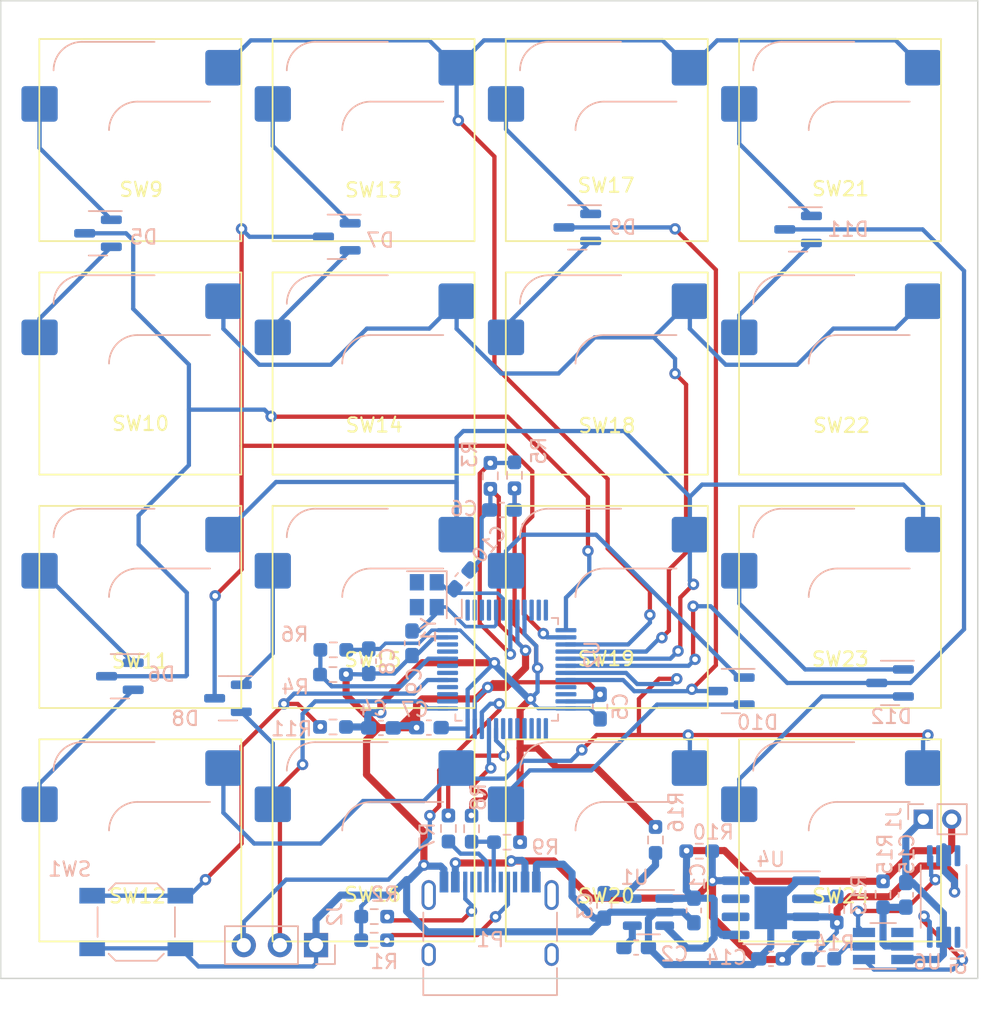
<source format=kicad_pcb>
(kicad_pcb (version 20221018) (generator pcbnew)
  (layers (0 "F.Cu" signal) (31 "B.Cu" signal) (34 "B.Paste" user) (35 "F.Paste" user) (36 "B.SilkS" user "B.Silkscreen") (37 "F.SilkS" user "F.Silkscreen") (38 "B.Mask" user) (39 "F.Mask" user) (44 "Edge.Cuts" user))
  (net 0 "")
  (net 1 "+5V")
  (net 2 "GND")
  (net 3 "Net-(U1-BYP)")
  (net 4 "+3.3V")
  (net 5 "col_1")
  (net 6 "col_2")
  (net 7 "RESET")
  (net 8 "BOOT0")
  (net 9 "row_1")
  (net 10 "row_2")
  (net 11 "row_3")
  (net 12 "row_4")
  (net 17 "osc1")
  (net 18 "osc2")
  (net 19 "Net-(D5-Pad1)")
  (net 25 "Net-(D5-Pad2)")
  (net 26 "Net-(D6-Pad1)")
  (net 33 "Net-(D6-Pad2)")
  (net 39 "Net-(D7-Pad1)")
  (net 42 "Net-(D7-Pad2)")
  (net 43 "Net-(D8-Pad1)")
  (net 44 "Net-(D8-Pad2)")
  (net 45 "Net-(D9-Pad1)")
  (net 46 "Net-(D9-Pad2)")
  (net 47 "col_3")
  (net 48 "Net-(D10-Pad1)")
  (net 49 "Net-(D10-Pad2)")
  (net 50 "Net-(D11-Pad1)")
  (net 51 "Net-(D11-Pad2)")
  (net 52 "col_4")
  (net 53 "Net-(D12-Pad1)")
  (net 54 "Net-(D12-Pad2)")
  (net 55 "Net-(P1-CC)")
  (net 56 "Net-(P1-D+)")
  (net 57 "Net-(P1-D-)")
  (net 59 "USB_D-")
  (net 60 "USB_D+")
  (net 61 "Net-(P1-VCONN)")
  (net 62 "SWCLK")
  (net 63 "SWDIO")
  (net 64 "+BATT")
  (net 65 "Net-(U1-VOUT)")
  (net 66 "Net-(U6-VCC)")
  (net 67 "-BATT")
  (net 68 "Net-(U4-PROG)")
  (net 69 "Net-(U6-CS)")
  (net 71 "Net-(U5-Gate_1)")
  (net 72 "Net-(U5-Gate_2)")
  (net 77 "Net-(U2-PB5)")
  (footprint "libs:SW_Hotswap_Kailh_MX_1.00u" (layer "F.Cu") (at 164.8 66.4)
    (fp_text reference "SW11")
    (fp_text value "SW_DIP_x01")
  )
  (footprint "libs:SW_Hotswap_Kailh_MX_1.00u" (layer "F.Cu") (at 214 66.4)
    (fp_text reference "SW23")
    (fp_text value "SW_DIP_x01")
  )
  (footprint "libs:SW_Hotswap_Kailh_MX_1.00u" (layer "F.Cu") (at 197.6 66.4)
    (fp_text reference "SW19")
    (fp_text value "SW_DIP_x01")
  )
  (footprint "libs:SW_Hotswap_Kailh_MX_1.00u" (layer "F.Cu") (at 214 82.8)
    (fp_text reference "SW24")
    (fp_text value "SW_DIP_x01")
  )
  (footprint "libs:SW_Hotswap_Kailh_MX_1.00u" (layer "F.Cu") (at 164.8 82.8)
    (fp_text reference "SW12")
    (fp_text value "SW_DIP_x01")
  )
  (footprint "libs:SW_Hotswap_Kailh_MX_1.00u" (layer "F.Cu") (at 181.2 82.8)
    (fp_text reference "SW16")
    (fp_text value "SW_DIP_x01")
  )
  (footprint "libs:SW_Hotswap_Kailh_MX_1.00u" (layer "F.Cu") (at 181.2 50)
    (fp_text reference "SW14")
    (fp_text value "SW_DIP_x01")
  )
  (footprint "libs:SW_Hotswap_Kailh_MX_1.00u" (layer "F.Cu") (at 181.2 33.6)
    (fp_text reference "SW13")
    (fp_text value "SW_DIP_x01")
  )
  (footprint "libs:SW_Hotswap_Kailh_MX_1.00u" (layer "F.Cu") (at 197.6 50)
    (fp_text reference "SW18")
    (fp_text value "SW_DIP_x01")
  )
  (footprint "libs:SW_Hotswap_Kailh_MX_1.00u" (layer "F.Cu") (at 181.2 66.4)
    (fp_text reference "SW15")
    (fp_text value "SW_DIP_x01")
  )
  (footprint "libs:SW_Hotswap_Kailh_MX_1.00u" (layer "F.Cu") (at 164.8 33.6)
    (fp_text reference "SW9")
    (fp_text value "SW_DIP_x01")
  )
  (footprint "libs:SW_Hotswap_Kailh_MX_1.00u" (layer "F.Cu") (at 164.8 50)
    (fp_text reference "SW10")
    (fp_text value "SW_DIP_x01")
  )
  (footprint "libs:SW_Hotswap_Kailh_MX_1.00u" (layer "F.Cu") (at 214 33.6)
    (fp_text reference "SW21")
    (fp_text value "SW_DIP_x01")
  )
  (footprint "libs:SW_Hotswap_Kailh_MX_1.00u" (layer "F.Cu") (at 197.6 33.6)
    (fp_text reference "SW17")
    (fp_text value "SW_DIP_x01")
  )
  (footprint "libs:SW_Hotswap_Kailh_MX_1.00u" (layer "F.Cu") (at 214 50)
    (fp_text reference "SW22")
    (fp_text value "SW_DIP_x01")
  )
  (footprint "libs:SW_Hotswap_Kailh_MX_1.00u" (layer "F.Cu") (at 197.6 82.8)
    (fp_text reference "SW20")
    (fp_text value "SW_DIP_x01")
  )
  (footprint "Package_TO_SOT_SMD:SOT-23" (layer "B.Cu") (at 206.324563 72.309309 180)
    (fp_text reference "D10")
    (fp_text value "BAT54C")
  )
  (footprint "Capacitor_SMD:C_0603_1608Metric_Pad1.08x0.95mm_HandSolder" (layer "B.Cu") (at 190.226267 59.586857 180)
    (fp_text reference "C6")
    (fp_text value "100nF")
  )
  (footprint "Package_TO_SOT_SMD:SOT-23" (layer "B.Cu") (at 195.52823 39.736628 180)
    (fp_text reference "D9")
    (fp_text value "BAT54C")
  )
  (footprint "Capacitor_SMD:C_0603_1608Metric_Pad1.08x0.95mm_HandSolder" (layer "B.Cu") (at 180.863174 70.214189 -90)
    (fp_text reference "C8")
    (fp_text value "100nF")
  )
  (footprint "Capacitor_SMD:C_0603_1608Metric_Pad1.08x0.95mm_HandSolder" (layer "B.Cu") (at 197.129029 73.402811 90)
    (fp_text reference "C5")
    (fp_text value "100nF")
  )
  (footprint "Capacitor_SMD:C_0603_1608Metric_Pad1.08x0.95mm_HandSolder" (layer "B.Cu") (at 181.717192 74.896511)
    (fp_text reference "C4")
    (fp_text value "10mkF")
  )
  (footprint "Package_TO_SOT_SMD:SOT-23" (layer "B.Cu") (at 163.3625 71.27 180)
    (fp_text reference "D6")
    (fp_text value "BAT54C")
  )
  (footprint "Capacitor_SMD:C_0603_1608Metric_Pad1.08x0.95mm_HandSolder" (layer "B.Cu") (at 183.902587 68.95069 -90)
    (fp_text reference "C9")
    (fp_text value "20pF")
  )
  (footprint "Resistor_SMD:R_0603_1608Metric_Pad0.98x0.95mm_HandSolder" (layer "B.Cu") (at 213.773559 87.655028 90)
    (fp_text reference "R13")
    (fp_text value "1.2k")
  )
  (footprint "Resistor_SMD:R_0603_1608Metric_Pad0.98x0.95mm_HandSolder" (layer "B.Cu") (at 186.464342 81.965206 -90)
    (fp_text reference "R7")
    (fp_text value "20R")
  )
  (footprint "Connector_USB:USB_C_Receptacle_HRO_TYPE-C-31-M-12" (layer "B.Cu") (at 189.399042 89.769719 180)
    (fp_text reference "P1")
    (fp_text value "USB_C_Plug_USB2.0")
  )
  (footprint "Resistor_SMD:R_0603_1608Metric_Pad0.98x0.95mm_HandSolder" (layer "B.Cu") (at 191.110811 57.153326 90)
    (fp_text reference "R5")
    (fp_text value "10k")
  )
  (footprint "Package_SO:SOIC-8-1EP_3.9x4.9mm_P1.27mm_EP2.29x3mm" (layer "B.Cu") (at 209.132217 87.535769 180)
    (fp_text reference "U4")
    (fp_text value "TP4056")
  )
  (footprint "Connector_PinHeader_2.00mm:PinHeader_1x02_P2.00mm_Vertical" (layer "B.Cu") (at 219.853622 81.312027 -90)
    (fp_text reference "J1")
    (fp_text value "Conn_01x02")
  )
  (footprint "Resistor_SMD:R_0603_1608Metric_Pad0.98x0.95mm_HandSolder" (layer "B.Cu") (at 188.092813 81.981016 -90)
    (fp_text reference "R8")
    (fp_text value "20R")
  )
  (footprint "Package_TO_SOT_SMD:SOT-23-5" (layer "B.Cu") (at 200.532371 87.842103 180)
    (fp_text reference "U1")
    (fp_text value "LD3985M33R_SOT23")
  )
  (footprint "Capacitor_SMD:C_0603_1608Metric_Pad1.08x0.95mm_HandSolder" (layer "B.Cu") (at 199.665246 90.324763)
    (fp_text reference "C2")
    (fp_text value "byp10nF")
  )
  (footprint "Crystal:Crystal_SMD_2520-4Pin_2.5x2.0mm" (layer "B.Cu") (at 184.947378 65.540096 -90)
    (fp_text reference "Y1")
    (fp_text value "Crystal")
  )
  (footprint "Package_TO_SOT_SMD:SOT-23" (layer "B.Cu") (at 211.052252 39.87855 180)
    (fp_text reference "D11")
    (fp_text value "BAT54C")
  )
  (footprint "Package_TO_SOT_SMD:SOT-23-6_Handsoldering" (layer "B.Cu") (at 217.03322 90.216987)
    (fp_text reference "U6")
    (fp_text value "DW01")
  )
  (footprint "Capacitor_SMD:C_0603_1608Metric_Pad1.08x0.95mm_HandSolder" (layer "B.Cu") (at 185.089106 74.878054 180)
    (fp_text reference "C7")
    (fp_text value "100nF")
  )
  (footprint "Capacitor_SMD:C_0603_1608Metric_Pad1.08x0.95mm_HandSolder" (layer "B.Cu") (at 209.148136 91.119945 180)
    (fp_text reference "C14")
    (fp_text value "100nF")
  )
  (footprint "Capacitor_SMD:C_0603_1608Metric_Pad1.08x0.95mm_HandSolder" (layer "B.Cu") (at 197.422612 87.397057 -90)
    (fp_text reference "C3")
    (fp_text value "1mkF")
  )
  (footprint "Package_SO:TSSOP-8_4.4x3mm_P0.65mm" (layer "B.Cu") (at 221.285687 86.738116 90)
    (fp_text reference "U5")
    (fp_text value "FS8205A")
  )
  (footprint "Resistor_SMD:R_0603_1608Metric_Pad0.98x0.95mm_HandSolder" (layer "B.Cu") (at 201.025786 82.770912 90)
    (fp_text reference "R16")
    (fp_text value "0")
  )
  (footprint "Package_TO_SOT_SMD:SOT-23" (layer "B.Cu") (at 217.519527 71.738448 180)
    (fp_text reference "D12")
    (fp_text value "BAT54C")
  )
  (footprint "Package_TO_SOT_SMD:SOT-23" (layer "B.Cu") (at 170.962721 72.816727 180)
    (fp_text reference "D8")
    (fp_text value "BAT54C")
  )
  (footprint "Package_TO_SOT_SMD:SOT-23" (layer "B.Cu") (at 161.823152 40.149511 180)
    (fp_text reference "D5")
    (fp_text value "BAT54C")
  )
  (footprint "Resistor_SMD:R_0603_1608Metric_Pad0.98x0.95mm_HandSolder" (layer "B.Cu") (at 204.102411 83.556128)
    (fp_text reference "R10")
    (fp_text value "0")
  )
  (footprint "Resistor_SMD:R_0603_1608Metric_Pad0.98x0.95mm_HandSolder" (layer "B.Cu") (at 212.683603 91.111939)
    (fp_text reference "R14")
    (fp_text value "1k")
  )
  (footprint "Capacitor_SMD:C_0603_1608Metric_Pad1.08x0.95mm_HandSolder" (layer "B.Cu") (at 203.724053 87.723772 -90)
    (fp_text reference "C1")
    (fp_text value "1mkF")
  )
  (footprint "Connector_PinHeader_2.54mm:PinHeader_1x03_P2.54mm_Vertical" (layer "B.Cu") (at 177.155948 90.157813 90)
    (fp_text reference "J2")
    (fp_text value "Conn_01x03")
  )
  (footprint "Resistor_SMD:R_0603_1608Metric_Pad0.98x0.95mm_HandSolder" (layer "B.Cu") (at 178.372361 69.414259 180)
    (fp_text reference "R6")
    (fp_text value "10k")
  )
  (footprint "Resistor_SMD:R_0603_1608Metric_Pad0.98x0.95mm_HandSolder" (layer "B.Cu") (at 189.413428 57.192767 90)
    (fp_text reference "R3")
    (fp_text value "100k")
  )
  (footprint "Resistor_SMD:R_0603_1608Metric_Pad0.98x0.95mm_HandSolder" (layer "B.Cu") (at 190.587573 82.925137)
    (fp_text reference "R9")
    (fp_text value "1k")
  )
  (footprint "Resistor_SMD:R_0603_1608Metric_Pad0.98x0.95mm_HandSolder" (layer "B.Cu") (at 181.247077 88.153051)
    (fp_text reference "R2")
    (fp_text value "5.1k")
  )
  (footprint "Capacitor_SMD:C_0603_1608Metric_Pad1.08x0.95mm_HandSolder" (layer "B.Cu") (at 218.626643 86.624311 90)
    (fp_text reference "C15")
    (fp_text value "100nF")
  )
  (footprint "Package_QFP:LQFP-48_7x7mm_P0.5mm" (layer "B.Cu") (at 190.565428 70.78381 -90)
    (fp_text reference "U2")
    (fp_text value "STM32F103C8Tx")
  )
  (footprint "Resistor_SMD:R_0603_1608Metric_Pad0.98x0.95mm_HandSolder" (layer "B.Cu") (at 217.024745 86.589195 -90)
    (fp_text reference "R15")
    (fp_text value "100")
  )
  (footprint "Capacitor_SMD:C_0603_1608Metric_Pad1.08x0.95mm_HandSolder" (layer "B.Cu") (at 187.430221 64.460521 50)
    (fp_text reference "C10")
    (fp_text value "20pF")
  )
  (footprint "Resistor_SMD:R_0603_1608Metric_Pad0.98x0.95mm_HandSolder" (layer "B.Cu") (at 181.241612 89.810463)
    (fp_text reference "R1")
    (fp_text value "5.1k")
  )
  (footprint "Package_TO_SOT_SMD:SOT-23" (layer "B.Cu") (at 178.617883 40.396908 180)
    (fp_text reference "D7")
    (fp_text value "BAT54C")
  )
  (footprint "Resistor_SMD:R_0603_1608Metric_Pad0.98x0.95mm_HandSolder" (layer "B.Cu") (at 178.349352 74.83161 180)
    (fp_text reference "R11")
    (fp_text value "10k")
  )
  (footprint "Button_Switch_SMD:SW_SPST_SKQG_WithoutStem" (layer "B.Cu") (at 164.513812 88.533871)
    (fp_text reference "SW1")
    (fp_text value "SW_DIP_x01")
  )
  (footprint "Resistor_SMD:R_0603_1608Metric_Pad0.98x0.95mm_HandSolder" (layer "B.Cu") (at 178.346848 71.149198 180)
    (fp_text reference "R4")
    (fp_text value "100k")
  )
  (gr_rect (start 154.982888 23.810197) (end 223.685984 92.495645) (stroke (width 0.1)) (fill none) (layer "Edge.Cuts"))
  (segment (start 196.485692 86.856452) (end 203.806412 86.856452) (width 0.5) (layer "F.Cu") (net 1))
  (segment (start 208.008123 91.168123) (end 205.032095 88.192095) (width 0.5) (layer "F.Cu") (net 1))
  (segment (start 193.871706 84.242466) (end 196.485692 86.856452) (width 0.5) (layer "F.Cu") (net 1))
  (segment (start 190.88294 84.242466) (end 193.871706 84.242466) (width 0.5) (layer "F.Cu") (net 1))
  (segment (start 190.737998 84.387408) (end 190.88294 84.242466) (width 0.5) (layer "F.Cu") (net 1))
  (segment (start 205.032095 88.192095) (end 205.032095 85.630769) (width 0.5) (layer "F.Cu") (net 1))
  (segment (start 186.955851 84.387408) (end 190.737998 84.387408) (width 0.5) (layer "F.Cu") (net 1))
  (segment (start 209.940792 91.168123) (end 208.008123 91.168123) (width 0.5) (layer "F.Cu") (net 1))
  (segment (start 203.806412 86.856452) (end 205.032095 85.630769) (width 0.5) (layer "F.Cu") (net 1))
  (via (at 209.940792 91.168123) (size 0.8) (drill 0.4) (layers "F.Cu" "B.Cu") (net 1))
  (via (at 190.88294 84.242466) (size 0.8) (drill 0.4) (layers "F.Cu" "B.Cu") (net 1))
  (via (at 186.955851 84.387408) (size 0.8) (drill 0.4) (layers "F.Cu" "B.Cu") (net 1))
  (via (at 205.032095 85.630769) (size 0.8) (drill 0.4) (layers "F.Cu" "B.Cu") (net 1))
  (segment (start 190.919866 84.20554) (end 191.647424 84.20554) (width 0.5) (layer "B.Cu") (net 1))
  (segment (start 190.88294 84.242466) (end 190.919866 84.20554) (width 0.5) (layer "B.Cu") (net 1))
  (segment (start 191.647424 84.20554) (end 191.849042 84.407158) (width 0.5) (layer "B.Cu") (net 1))
  (segment (start 211.607217 89.440769) (end 211.607217 89.501698) (width 0.5) (layer "B.Cu") (net 1))
  (segment (start 205.014911 83.556128) (end 205.014911 85.613585) (width 0.5) (layer "B.Cu") (net 1))
  (segment (start 186.949042 84.650615) (end 186.949042 85.724719) (width 0.5) (layer "B.Cu") (net 1))
  (segment (start 186.955851 84.387408) (end 186.955851 84.643806) (width 0.5) (layer "B.Cu") (net 1))
  (segment (start 205.032095 85.630769) (end 206.657217 85.630769) (width 0.5) (layer "B.Cu") (net 1))
  (segment (start 186.955851 84.643806) (end 186.949042 84.650615) (width 0.5) (layer "B.Cu") (net 1))
  (segment (start 191.849042 84.407158) (end 191.849042 85.724719) (width 0.5) (layer "B.Cu") (net 1))
  (segment (start 205.014911 85.613585) (end 205.032095 85.630769) (width 0.5) (layer "B.Cu") (net 1))
  (segment (start 211.607217 89.501698) (end 209.940792 91.168123) (width 0.5) (layer "B.Cu") (net 1))
  (segment (start 196.280389 71.691671) (end 197.129029 72.540311) (width 0.3) (layer "F.Cu") (net 2))
  (segment (start 189.227273 72.05179) (end 189.587392 71.691671) (width 0.3) (layer "F.Cu") (net 2))
  (segment (start 179.268272 72.581931) (end 179.268272 71.118529) (width 0.5) (layer "F.Cu") (net 2))
  (segment (start 219.667608 84.602636) (end 217.511667 86.758577) (width 0.5) (layer "F.Cu") (net 2))
  (segment (start 191.887247 69.452806) (end 190.006165 67.571724) (width 0.3) (layer "F.Cu") (net 2))
  (segment (start 181.564395 74.878054) (end 184.226606 74.878054) (width 0.5) (layer "F.Cu") (net 2))
  (segment (start 189.587392 71.691671) (end 196.280389 71.691671) (width 0.3) (layer "F.Cu") (net 2))
  (segment (start 184.226606 74.878054) (end 183.027797 74.878054) (width 0.5) (layer "F.Cu") (net 2))
  (segment (start 190.006165 67.571724) (end 190.006165 58.694372) (width 0.3) (layer "F.Cu") (net 2))
  (segment (start 183.027797 74.878054) (end 184.226606 73.679245) (width 0.5) (layer "F.Cu") (net 2))
  (segment (start 180.707065 78.177623) (end 180.707065 75.735384) (width 0.5) (layer "F.Cu") (net 2))
  (segment (start 184.226606 73.679245) (end 184.226606 73.253394) (width 0.5) (layer "F.Cu") (net 2))
  (segment (start 180.707065 75.735384) (end 181.564395 74.878054) (width 0.5) (layer "F.Cu") (net 2))
  (segment (start 183.475181 74.43067) (end 184.226606 74.43067) (width 0.5) (layer "F.Cu") (net 2))
  (segment (start 189.227273 72.05179) (end 190.50821 72.05179) (width 0.5) (layer "F.Cu") (net 2))
  (segment (start 221.420527 84.602636) (end 219.667608 84.602636) (width 0.5) (layer "F.Cu") (net 2))
  (segment (start 213.792052 87.663877) (end 213.792052 88.593898) (width 0.5) (layer "F.Cu") (net 2))
  (segment (start 181.564395 74.878054) (end 179.268272 72.581931) (width 0.5) (layer "F.Cu") (net 2))
  (segment (start 184.740951 82.211509) (end 180.707065 78.177623) (width 0.5) (layer "F.Cu") (net 2))
  (segment (start 222.054275 85.236384) (end 221.420527 84.602636) (width 0.5) (layer "F.Cu") (net 2))
  (segment (start 188.419063 72.86) (end 184.62 72.86) (width 0.5) (layer "F.Cu") (net 2))
  (segment (start 214.697352 86.758577) (end 213.792052 87.663877) (width 0.5) (layer "F.Cu") (net 2))
  (segment (start 190.50821 72.05179) (end 191.887247 70.672753) (width 0.5) (layer "F.Cu") (net 2))
  (segment (start 184.740951 84.538823) (end 184.740951 82.211509) (width 0.5) (layer "F.Cu") (net 2))
  (segment (start 190.006165 58.694372) (end 189.416513 58.10472) (width 0.3) (layer "F.Cu") (net 2))
  (segment (start 217.511667 86.758577) (end 214.697352 86.758577) (width 0.5) (layer "F.Cu") (net 2))
  (segment (start 183.027797 74.878054) (end 183.475181 74.43067) (width 0.5) (layer "F.Cu") (net 2))
  (segment (start 191.887247 70.672753) (end 191.887247 69.452806) (width 0.5) (layer "F.Cu") (net 2))
  (segment (start 184.226606 74.878054) (end 184.226606 73.253394) (width 0.5) (layer "F.Cu") (net 2))
  (segment (start 184.62 72.86) (end 184.226606 73.253394) (width 0.5) (layer "F.Cu") (net 2))
  (segment (start 222.054275 86.417966) (end 222.054275 85.236384) (width 0.5) (layer "F.Cu") (net 2))
  (segment (start 189.227273 72.05179) (end 188.419063 72.86) (width 0.5) (layer "F.Cu") (net 2))
  (via (at 197.129029 72.540311) (size 0.8) (drill 0.4) (layers "F.Cu" "B.Cu") (net 2))
  (via (at 184.226606 74.878054) (size 0.8) (drill 0.4) (layers "F.Cu" "B.Cu") (net 2))
  (via (at 222.054275 86.417966) (size 0.8) (drill 0.4) (layers "F.Cu" "B.Cu") (net 2))
  (via (at 189.416513 58.10472) (size 0.8) (drill 0.4) (layers "F.Cu" "B.Cu") (net 2))
  (via (at 213.792052 88.593898) (size 0.8) (drill 0.4) (layers "F.Cu" "B.Cu") (net 2))
  (via (at 189.227273 72.05179) (size 0.8) (drill 0.4) (layers "F.Cu" "B.Cu") (net 2))
  (via (at 179.268272 71.118529) (size 0.8) (drill 0.4) (layers "F.Cu" "B.Cu") (net 2))
  (via (at 191.887247 69.452806) (size 0.8) (drill 0.4) (layers "F.Cu" "B.Cu") (net 2))
  (via (at 184.740951 84.538823) (size 0.8) (drill 0.4) (layers "F.Cu" "B.Cu") (net 2))
  (segment (start 184.09821 74.749658) (end 184.226606 74.878054) (width 0.5) (layer "B.Cu") (net 2))
  (segment (start 184.969442 89.219903) (end 183.527007 87.777468) (width 0.5) (layer "B.Cu") (net 2))
  (segment (start 182.522793 74.749658) (end 184.09821 74.749658) (width 0.5) (layer "B.Cu") (net 2))
  (segment (start 194.727928 73.03381) (end 196.63553 73.03381) (width 0.3) (layer "B.Cu") (net 2))
  (segment (start 183.527007 87.777468) (end 183.527007 85.56) (width 0.5) (layer "B.Cu") (net 2))
  (segment (start 178.886343 86.643561) (end 177.155948 88.373956) (width 0.5) (layer "B.Cu") (net 2))
  (segment (start 182.639088 71.076689) (end 183.902587 69.81319) (width 0.3) (layer "B.Cu") (net 2))
  (segment (start 179.259348 71.149198) (end 179.268272 71.118529) (width 0.3) (layer "B.Cu") (net 2))
  (segment (start 209.132217 87.535769) (end 211.037217 85.630769) (width 0.5) (layer "B.Cu") (net 2))
  (segment (start 222.054275 86.417966) (end 222.054275 85.674599) (width 0.5) (layer "B.Cu") (net 2))
  (segment (start 194.542051 84.475234) (end 195.157918 85.091101) (width 0.5) (layer "B.Cu") (net 2))
  (segment (start 211.931996 91.111939) (end 213.773559 89.270376) (width 0.3) (layer "B.Cu") (net 2))
  (segment (start 197.422612 88.259557) (end 197.840066 87.842103) (width 0.5) (layer "B.Cu") (net 2))
  (segment (start 177.155948 91.440292) (end 177.155948 90.157813) (width 0.3) (layer "B.Cu") (net 2))
  (segment (start 168.885008 91.655067) (end 176.941173 91.655067) (width 0.3) (layer "B.Cu") (net 2))
  (segment (start 182.443446 86.643561) (end 178.886343 86.643561) (width 0.5) (layer "B.Cu") (net 2))
  (segment (start 191.315428 68.880987) (end 191.315428 66.62131) (width 0.3) (layer "B.Cu") (net 2))
  (segment (start 222.054275 85.674599) (end 221.288503 84.908827) (width 0.5) (layer "B.Cu") (net 2))
  (segment (start 200.527746 90.324763) (end 200.527746 88.321728) (width 0.5) (layer "B.Cu") (net 2))
  (segment (start 209.132217 87.535769) (end 209.132217 90.257783) (width 0.5) (layer "B.Cu") (net 2))
  (segment (start 196.63553 73.03381) (end 197.129029 72.540311) (width 0.3) (layer "B.Cu") (net 2))
  (segment (start 209.132217 87.535769) (end 209.767217 88.170769) (width 0.5) (layer "B.Cu") (net 2))
  (segment (start 161.413812 90.383871) (end 167.613812 90.383871) (width 0.3) (layer "B.Cu") (net 2))
  (segment (start 209.767217 88.170769) (end 211.607217 88.170769) (width 0.5) (layer "B.Cu") (net 2))
  (segment (start 180.334577 87.429944) (end 181.12096 86.643561) (width 0.3) (layer "B.Cu") (net 2))
  (segment (start 179.268272 71.118529) (end 180.790665 71.149198) (width 0.3) (layer "B.Cu") (net 2))
  (segment (start 189.416513 58.10472) (end 189.413428 59.537196) (width 0.3) (layer "B.Cu") (net 2))
  (segment (start 213.773559 88.612391) (end 213.792052 88.593898) (width 0.3) (layer "B.Cu") (net 2))
  (segment (start 202.979884 87.842103) (end 203.724053 88.586272) (width 0.5) (layer "B.Cu") (net 2))
  (segment (start 180.334577 88.153051) (end 180.334577 87.429944) (width 0.3) (layer "B.Cu") (net 2))
  (segment (start 180.790665 71.149198) (end 180.863174 71.076689) (width 0.3) (layer "B.Cu") (net 2))
  (segment (start 180.329112 89.810463) (end 180.329112 88.158516) (width 0.3) (layer "B.Cu") (net 2))
  (segment (start 191.887247 69.452806) (end 191.315428 68.880987) (width 0.3) (layer "B.Cu") (net 2))
  (segment (start 177.155948 88.373956) (end 177.155948 90.157813) (width 0.5) (layer "B.Cu") (net 2))
  (segment (start 180.329112 88.158516) (end 180.334577 88.153051) (width 0.3) (layer "B.Cu") (net 2))
  (segment (start 189.413428 58.105267) (end 189.416513 58.10472) (width 0.3) (layer "B.Cu") (net 2))
  (segment (start 186.149042 84.840565) (end 186.149042 85.724719) (width 0.5) (layer "B.Cu") (net 2))
  (segment (start 211.037217 85.630769) (end 211.607217 85.630769) (width 0.5) (layer "B.Cu") (net 2))
  (segment (start 213.773559 88.575405) (end 213.773559 88.567528) (width 0.3) (layer "B.Cu") (net 2))
  (segment (start 196.69143 88.259557) (end 197.422612 88.259557) (width 0.5) (layer "B.Cu") (net 2))
  (segment (start 188.315428 72.963636) (end 188.315428 74.94631) (width 0.3) (layer "B.Cu") (net 2))
  (segment (start 189.227273 72.05179) (end 188.315428 72.963636) (width 0.3) (layer "B.Cu") (net 2))
  (segment (start 167.613812 90.383871) (end 168.885008 91.655067) (width 0.3) (layer "B.Cu") (net 2))
  (segment (start 188.799131 62.985302) (end 188.799131 60.151493) (width 0.3) (layer "B.Cu") (net 2))
  (segment (start 211.771103 91.111939) (end 211.931996 91.111939) (width 0.3) (layer "B.Cu") (net 2))
  (segment (start 188.799131 60.151493) (end 189.363767 59.586857) (width 0.3) (layer "B.Cu") (net 2))
  (segment (start 184.190228 69.81319) (end 185.469608 68.53381) (width 0.3) (layer "B.Cu") (net 2))
  (segment (start 180.863174 71.076689) (end 182.639088 71.076689) (width 0.3) (layer "B.Cu") (net 2))
  (segment (start 197.422612 88.259557) (end 196.462266 89.219903) (width 0.5) (layer "B.Cu") (net 2))
  (segment (start 195.157918 86.726045) (end 196.69143 88.259557) (width 0.5) (layer "B.Cu") (net 2))
  (segment (start 183.527007 85.56) (end 183.719774 85.56) (width 0.5) (layer "B.Cu") (net 2))
  (segment (start 183.527007 85.56) (end 182.443446 86.643561) (width 0.5) (layer "B.Cu") (net 2))
  (segment (start 201.723657 91.520674) (end 200.527746 90.324763) (width 0.5) (layer "B.Cu") (net 2))
  (segment (start 213.773559 89.270376) (end 213.773559 88.612391) (width 0.3) (layer "B.Cu") (net 2))
  (segment (start 200.527746 88.321728) (end 201.007371 87.842103) (width 0.5) (layer "B.Cu") (net 2))
  (segment (start 181.12096 86.643561) (end 182.443446 86.643561) (width 0.3) (layer "B.Cu") (net 2))
  (segment (start 221.288503 84.908827) (end 221.288503 83.247929) (width 0.5) (layer "B.Cu") (net 2))
  (segment (start 183.902587 69.81319) (end 184.190228 69.81319) (width 0.3) (layer "B.Cu") (net 2))
  (segment (start 192.649042 85.724719) (end 192.649042 84.548636) (width 0.5) (layer "B.Cu") (net 2))
  (segment (start 184.811191 84.609063) (end 185.91754 84.609063) (width 0.5) (layer "B.Cu") (net 2))
  (segment (start 201.669871 87.842103) (end 202.979884 87.842103) (width 0.5) (layer "B.Cu") (net 2))
  (segment (start 184.740951 84.538823) (end 184.811191 84.609063) (width 0.5) (layer "B.Cu") (net 2))
  (segment (start 196.462266 89.219903) (end 184.969442 89.219903) (width 0.5) (layer "B.Cu") (net 2))
  (segment (start 213.3768 88.170769) (end 213.773559 88.567528) (width 0.5) (layer "B.Cu") (net 2))
  (segment (start 192.649042 84.548636) (end 192.722444 84.475234) (width 0.5) (layer "B.Cu") (net 2))
  (segment (start 183.719774 85.56) (end 184.740951 84.538823) (width 0.5) (layer "B.Cu") (net 2))
  (segment (start 185.91754 84.609063) (end 186.149042 84.840565) (width 0.5) (layer "B.Cu") (net 2))
  (segment (start 213.792052 88.593898) (end 213.773559 88.575405) (width 0.3) (layer "B.Cu") (net 2))
  (segment (start 176.941173 91.655067) (end 177.155948 91.440292) (width 0.3) (layer "B.Cu") (net 2))
  (segment (start 209.132217 90.257783) (end 207.869326 91.520674) (width 0.5) (layer "B.Cu") (net 2))
  (segment (start 197.840066 87.842103) (end 201.007371 87.842103) (width 0.5) (layer "B.Cu") (net 2))
  (segment (start 189.413428 59.537196) (end 189.363767 59.586857) (width 0.3) (layer "B.Cu") (net 2))
  (segment (start 201.007371 87.842103) (end 201.669871 87.842103) (width 0.5) (layer "B.Cu") (net 2))
  (segment (start 192.722444 84.475234) (end 194.542051 84.475234) (width 0.5) (layer "B.Cu") (net 2))
  (segment (start 207.869326 91.520674) (end 201.723657 91.520674) (width 0.5) (layer "B.Cu") (net 2))
  (segment (start 195.157918 85.091101) (end 195.157918 86.726045) (width 0.5) (layer "B.Cu") (net 2))
  (segment (start 185.469608 68.53381) (end 186.402928 68.53381) (width 0.3) (layer "B.Cu") (net 2))
  (segment (start 187.984625 63.799808) (end 188.799131 62.985302) (width 0.3) (layer "B.Cu") (net 2))
  (segment (start 211.607217 88.170769) (end 213.3768 88.170769) (width 0.5) (layer "B.Cu") (net 2))
  (segment (start 199.394871 88.792103) (end 199.394871 89.732638) (width 0.5) (layer "B.Cu") (net 3))
  (segment (start 199.394871 89.732638) (end 198.802746 90.324763) (width 0.5) (layer "B.Cu") (net 3))
  (segment (start 191.504377 82.921185) (end 191.504377 76.318296) (width 0.5) (layer "F.Cu") (net 4))
  (segment (start 192.637247 70.590399) (end 192.637247 69.142145) (width 0.3) (layer "F.Cu") (net 4))
  (segment (start 191.117433 67.622331) (end 191.117433 58.078143) (width 0.3) (layer "F.Cu") (net 4))
  (segment (start 191.504377 76.318296) (end 192.712078 76.318296) (width 0.5) (layer "F.Cu") (net 4))
  (segment (start 191.504377 76.318296) (end 191.504377 73.595623) (width 0.5) (layer "F.Cu") (net 4))
  (segment (start 181.713902 73.226098) (end 184.62 70.32) (width 0.5) (layer "F.Cu") (net 4))
  (segment (start 192.736578 70.68973) (end 192.637247 70.590399) (width 0.3) (layer "F.Cu") (net 4))
  (segment (start 194.076275 77.682493) (end 196.852143 77.682493) (width 0.5) (layer "F.Cu") (net 4))
  (segment (start 196.852143 77.682493) (end 201.025017 81.855367) (width 0.5) (layer "F.Cu") (net 4))
  (segment (start 181.713902 73.826186) (end 181.713902 73.226098) (width 0.5) (layer "F.Cu") (net 4))
  (segment (start 192.637247 69.142145) (end 191.117433 67.622331) (width 0.3) (layer "F.Cu") (net 4))
  (segment (start 201.025017 81.855367) (end 201.025017 81.984814) (width 0.5) (layer "F.Cu") (net 4))
  (segment (start 184.62 70.32) (end 189.7 70.32) (width 0.5) (layer "F.Cu") (net 4))
  (segment (start 191.504377 73.595623) (end 192.24 72.86) (width 0.5) (layer "F.Cu") (net 4))
  (segment (start 192.712078 76.318296) (end 194.076275 77.682493) (width 0.5) (layer "F.Cu") (net 4))
  (segment (start 201.025017 81.984814) (end 200.992655 81.952452) (width 0.5) (layer "F.Cu") (net 4))
  (via (at 192.736578 70.68973) (size 0.8) (drill 0.4) (layers "F.Cu" "B.Cu") (net 4))
  (via (at 189.7 70.32) (size 0.8) (drill 0.4) (layers "F.Cu" "B.Cu") (net 4))
  (via (at 181.713902 73.826186) (size 0.8) (drill 0.4) (layers "F.Cu" "B.Cu") (net 4))
  (via (at 191.504377 82.921185) (size 0.8) (drill 0.4) (layers "F.Cu" "B.Cu") (net 4))
  (via (at 191.117433 58.078143) (size 0.8) (drill 0.4) (layers "F.Cu" "B.Cu") (net 4))
  (via (at 201.025017 81.855367) (size 0.8) (drill 0.4) (layers "F.Cu" "B.Cu") (net 4))
  (via (at 192.24 72.86) (size 0.8) (drill 0.4) (layers "F.Cu" "B.Cu") (net 4))
  (segment (start 191.110811 58.084765) (end 191.110811 59.564813) (width 0.3) (layer "B.Cu") (net 4))
  (segment (start 191.117433 58.078143) (end 191.110811 58.084765) (width 0.3) (layer "B.Cu") (net 4))
  (segment (start 192.637247 69.142145) (end 191.815428 68.320326) (width 0.3) (layer "B.Cu") (net 4))
  (segment (start 186.402928 68.03381) (end 187.288346 68.03381) (width 0.25) (layer "B.Cu") (net 4))
  (segment (start 196.397528 73.53381) (end 197.129029 74.265311) (width 0.3) (layer "B.Cu") (net 4))
  (segment (start 187.815428 74.94631) (end 186.019862 74.94631) (width 0.3) (layer "B.Cu") (net 4))
  (segment (start 191.508329 82.925137) (end 191.504377 82.921185) (width 0.5) (layer "B.Cu") (net 4))
  (segment (start 180.923198 73.826186) (end 180.797793 73.951591) (width 0.5) (layer "B.Cu") (net 4))
  (segment (start 191.110811 59.564813) (end 191.088767 59.586857) (width 0.3) (layer "B.Cu") (net 4))
  (segment (start 191.504377 82.921185) (end 191.500425 82.925137) (width 0.5) (layer "B.Cu") (net 4))
  (segment (start 192.177268 72.922732) (end 192.788346 73.53381) (width 0.25) (layer "B.Cu") (net 4))
  (segment (start 187.815428 72.204572) (end 189.637268 70.382732) (width 0.3) (layer "B.Cu") (net 4))
  (segment (start 185.297856 68.03381) (end 184.380976 68.95069) (width 0.25) (layer "B.Cu") (net 4))
  (segment (start 191.110811 58.065826) (end 191.110811 58.071521) (width 0.3) (layer "B.Cu") (net 4))
  (segment (start 191.815428 68.320326) (end 191.815428 66.62131) (width 0.3) (layer "B.Cu") (net 4))
  (segment (start 189.7 70.445464) (end 192.177268 72.922732) (width 0.5) (layer "B.Cu") (net 4))
  (segment (start 180.789791 74.83161) (end 179.261852 74.83161) (width 0.5) (layer "B.Cu") (net 4))
  (segment (start 184.380976 68.95069) (end 182.043423 68.95069) (width 0.25) (layer "B.Cu") (net 4))
  (segment (start 191.110811 58.071521) (end 191.117433 58.078143) (width 0.3) (layer "B.Cu") (net 4))
  (segment (start 194.727928 73.53381) (end 196.397528 73.53381) (width 0.3) (layer "B.Cu") (net 4))
  (segment (start 182.043423 68.95069) (end 181.642424 69.351689) (width 0.25) (layer "B.Cu") (net 4))
  (segment (start 192.7319 70.694408) (end 192.7319 72.3681) (width 0.3) (layer "B.Cu") (net 4))
  (segment (start 192.7319 72.3681) (end 192.177268 72.922732) (width 0.3) (layer "B.Cu") (net 4))
  (segment (start 192.788346 73.53381) (end 194.727928 73.53381) (width 0.25) (layer "B.Cu") (net 4))
  (segment (start 187.815428 74.94631) (end 187.815428 72.204572) (width 0.3) (layer "B.Cu") (net 4))
  (segment (start 189.7 70.32) (end 189.7 70.445464) (width 0.5) (layer "B.Cu") (net 4))
  (segment (start 180.797793 73.951591) (end 180.797793 74.823608) (width 0.5) (layer "B.Cu") (net 4))
  (segment (start 186.019862 74.94631) (end 185.951606 74.878054) (width 0.3) (layer "B.Cu") (net 4))
  (segment (start 189.637268 70.382732) (end 189.574536 70.32) (width 0.5) (layer "B.Cu") (net 4))
  (segment (start 187.288346 68.03381) (end 189.637268 70.382732) (width 0.25) (layer "B.Cu") (net 4))
  (segment (start 180.800604 69.414259) (end 180.863174 69.351689) (width 0.3) (layer "B.Cu") (net 4))
  (segment (start 192.637247 70.590399) (end 192.637247 69.142145) (width 0.3) (layer "B.Cu") (net 4))
  (segment (start 192.736578 70.68973) (end 192.637247 70.590399) (width 0.3) (layer "B.Cu") (net 4))
  (segment (start 191.500425 82.925137) (end 191.500073 82.925137) (width 0.5) (layer "B.Cu") (net 4))
  (segment (start 180.797793 74.823608) (end 180.789791 74.83161) (width 0.5) (layer "B.Cu") (net 4))
  (segment (start 179.284861 69.414259) (end 180.800604 69.414259) (width 0.3) (layer "B.Cu") (net 4))
  (segment (start 181.713902 73.826186) (end 180.923198 73.826186) (width 0.5) (layer "B.Cu") (net 4))
  (segment (start 180.863174 69.351689) (end 181.642424 69.351689) (width 0.3) (layer "B.Cu") (net 4))
  (segment (start 180.797793 73.951591) (end 180.797793 74.749658) (width 0.5) (layer "B.Cu") (net 4))
  (segment (start 186.402928 68.03381) (end 185.297856 68.03381) (width 0.25) (layer "B.Cu") (net 4))
  (segment (start 192.736578 70.68973) (end 192.7319 70.694408) (width 0.3) (layer "B.Cu") (net 4))
  (segment (start 189.574536 70.32) (end 189.7 70.32) (width 0.5) (layer "B.Cu") (net 4))
  (segment (start 174.020242 53.032735) (end 173.999678 53.012171) (width 0.3) (layer "F.Cu") (net 5))
  (segment (start 173.999678 53.012171) (end 173.979114 53.032735) (width 0.3) (layer "F.Cu") (net 5))
  (segment (start 196.277097 62.462376) (end 196.277097 58.683672) (width 0.3) (layer "F.Cu") (net 5))
  (segment (start 173.979114 53.032735) (end 173.922814 53.032735) (width 0.3) (layer "F.Cu") (net 5))
  (segment (start 196.277097 58.683672) (end 190.62616 53.032735) (width 0.3) (layer "F.Cu") (net 5))
  (segment (start 190.62616 53.032735) (end 174.020242 53.032735) (width 0.3) (layer "F.Cu") (net 5))
  (via (at 196.277097 62.462376) (size 0.8) (drill 0.4) (layers "F.Cu" "B.Cu") (net 5))
  (via (at 173.999678 53.012171) (size 0.8) (drill 0.4) (layers "F.Cu" "B.Cu") (net 5))
  (segment (start 160.885652 40.149511) (end 163.797032 40.149511) (width 0.3) (layer "B.Cu") (net 5))
  (segment (start 164.681689 59.973101) (end 164.681689 62.015401) (width 0.3) (layer "B.Cu") (net 5))
  (segment (start 164.3 45.457554) (end 168.215504 49.373058) (width 0.3) (layer "B.Cu") (net 5))
  (segment (start 167.994462 71.27) (end 162.425 71.27) (width 0.3) (layer "B.Cu") (net 5))
  (segment (start 168.215504 52.54) (end 168.215504 56.439286) (width 0.3) (layer "B.Cu") (net 5))
  (segment (start 196.369507 62.554786) (end 196.369507 64.108871) (width 0.3) (layer "B.Cu") (net 5))
  (segment (start 194.727928 65.75045) (end 194.727928 68.03381) (width 0.3) (layer "B.Cu") (net 5))
  (segment (start 173.527507 52.54) (end 173.999678 53.012171) (width 0.3) (layer "B.Cu") (net 5))
  (segment (start 168.215504 49.373058) (end 168.215504 52.54) (width 0.3) (layer "B.Cu") (net 5))
  (segment (start 196.369507 64.108871) (end 194.727928 65.75045) (width 0.3) (layer "B.Cu") (net 5))
  (segment (start 164.681689 62.015401) (end 168.069416 65.403128) (width 0.3) (layer "B.Cu") (net 5))
  (segment (start 163.797032 40.149511) (end 164.3 40.652479) (width 0.3) (layer "B.Cu") (net 5))
  (segment (start 168.215504 52.54) (end 173.527507 52.54) (width 0.3) (layer "B.Cu") (net 5))
  (segment (start 168.069416 65.403128) (end 168.069416 71.195046) (width 0.3) (layer "B.Cu") (net 5))
  (segment (start 164.3 40.652479) (end 164.3 45.457554) (width 0.3) (layer "B.Cu") (net 5))
  (segment (start 196.277097 62.462376) (end 196.369507 62.554786) (width 0.3) (layer "B.Cu") (net 5))
  (segment (start 168.215504 56.439286) (end 164.681689 59.973101) (width 0.3) (layer "B.Cu") (net 5))
  (segment (start 168.069416 71.195046) (end 167.994462 71.27) (width 0.3) (layer "B.Cu") (net 5))
  (segment (start 190.558398 55.08) (end 171.92 55.08) (width 0.3) (layer "F.Cu") (net 6))
  (segment (start 192.36138 60.03862) (end 192.36138 56.882982) (width 0.3) (layer "F.Cu") (net 6))
  (segment (start 191.764753 60.635247) (end 192.36138 60.03862) (width 0.3) (layer "F.Cu") (net 6))
  (segment (start 171.92 55.08) (end 171.92 39.84) (width 0.3) (layer "F.Cu") (net 6))
  (segment (start 192.36138 56.882982) (end 190.558398 55.08) (width 0.3) (layer "F.Cu") (net 6))
  (segment (start 191.764753 66.897484) (end 191.764753 60.635247) (width 0.3) (layer "F.Cu") (net 6))
  (segment (start 193.137478 68.270209) (end 191.764753 66.897484) (width 0.3) (layer "F.Cu") (net 6))
  (segment (start 171.92 63.765494) (end 171.92 55.08) (width 0.3) (layer "F.Cu") (net 6))
  (segment (start 170.063009 65.622485) (end 171.92 63.765494) (width 0.3) (layer "F.Cu") (net 6))
  (via (at 170.063009 65.622485) (size 0.8) (drill 0.4) (layers "F.Cu" "B.Cu") (net 6))
  (via (at 171.92 39.84) (size 0.8) (drill 0.4) (layers "F.Cu" "B.Cu") (net 6))
  (via (at 193.137478 68.270209) (size 0.8) (drill 0.4) (layers "F.Cu" "B.Cu") (net 6))
  (segment (start 193.143844 68.270209) (end 193.137478 68.270209) (width 0.3) (layer "B.Cu") (net 6))
  (segment (start 193.407445 68.53381) (end 193.143844 68.270209) (width 0.3) (layer "B.Cu") (net 6))
  (segment (start 170.025221 72.816727) (end 170.025221 65.660273) (width 0.3) (layer "B.Cu") (net 6))
  (segment (start 194.727928 68.53381) (end 193.407445 68.53381) (width 0.3) (layer "B.Cu") (net 6))
  (segment (start 170.025221 65.660273) (end 170.063009 65.622485) (width 0.3) (layer "B.Cu") (net 6))
  (segment (start 193.137478 68.263843) (end 193.143844 68.270209) (width 0.3) (layer "B.Cu") (net 6))
  (segment (start 170.063009 65.622485) (end 170.025221 65.584697) (width 0.3) (layer "B.Cu") (net 6))
  (segment (start 177.680383 40.396908) (end 172.476908 40.396908) (width 0.3) (layer "B.Cu") (net 6))
  (segment (start 172.476908 40.396908) (end 171.92 39.84) (width 0.3) (layer "B.Cu") (net 6))
  (segment (start 193.137478 68.270209) (end 193.137478 68.263843) (width 0.3) (layer "B.Cu") (net 6))
  (segment (start 188.666513 67.558256) (end 188.666513 57.036861) (width 0.3) (layer "F.Cu") (net 7))
  (segment (start 188.666513 57.036861) (end 189.412219 56.291155) (width 0.3) (layer "F.Cu") (net 7))
  (segment (start 190.821563 69.713306) (end 188.666513 67.558256) (width 0.3) (layer "F.Cu") (net 7))
  (via (at 189.412219 56.291155) (size 0.8) (drill 0.4) (layers "F.Cu" "B.Cu") (net 7))
  (via (at 190.821563 69.713306) (size 0.8) (drill 0.4) (layers "F.Cu" "B.Cu") (net 7))
  (segment (start 191.07137 56.280267) (end 191.110811 56.240826) (width 0.3) (layer "B.Cu") (net 7))
  (segment (start 189.412219 56.291155) (end 191.07137 56.280267) (width 0.3) (layer "B.Cu") (net 7))
  (segment (start 189.413428 56.280267) (end 189.412219 56.291155) (width 0.3) (layer "B.Cu") (net 7))
  (segment (start 190.821563 69.713306) (end 190.815428 69.707171) (width 0.3) (layer "B.Cu") (net 7))
  (segment (start 190.815428 69.707171) (end 190.815428 66.62131) (width 0.3) (layer "B.Cu") (net 7))
  (segment (start 177.434348 71.149198) (end 178.259348 71.974198) (width 0.3) (layer "B.Cu") (net 8))
  (segment (start 178.259348 71.974198) (end 183.109931 71.974198) (width 0.3) (layer "B.Cu") (net 8))
  (segment (start 183.109931 71.974198) (end 185.050319 70.03381) (width 0.3) (layer "B.Cu") (net 8))
  (segment (start 177.459861 69.414259) (end 177.459861 71.123685) (width 0.3) (layer "B.Cu") (net 8))
  (segment (start 185.050319 70.03381) (end 186.402928 70.03381) (width 0.3) (layer "B.Cu") (net 8))
  (segment (start 177.459861 71.123685) (end 177.434348 71.149198) (width 0.3) (layer "B.Cu") (net 8))
  (segment (start 200.630075 65.264323) (end 197.659784 62.294032) (width 0.3) (layer "F.Cu") (net 9))
  (segment (start 189.7 34.76) (end 187.16 32.22) (width 0.3) (layer "F.Cu") (net 9))
  (segment (start 197.659784 57.4123) (end 189.7 49.452516) (width 0.3) (layer "F.Cu") (net 9))
  (segment (start 189.7 49.452516) (end 189.7 34.76) (width 0.3) (layer "F.Cu") (net 9))
  (segment (start 197.659784 62.294032) (end 197.659784 57.4123) (width 0.3) (layer "F.Cu") (net 9))
  (segment (start 200.630075 66.956167) (end 200.630075 65.264323) (width 0.3) (layer "F.Cu") (net 9))
  (via (at 200.630075 66.956167) (size 0.8) (drill 0.4) (layers "F.Cu" "B.Cu") (net 9))
  (via (at 187.16 32.22) (size 0.8) (drill 0.4) (layers "F.Cu" "B.Cu") (net 9))
  (segment (start 200.630075 66.956167) (end 200.630075 67.5065) (width 0.3) (layer "B.Cu") (net 9))
  (segment (start 217.917 26.595) (end 219.842 28.52) (width 0.3) (layer "B.Cu") (net 9))
  (segment (start 187.042 28.52) (end 188.967 26.595) (width 0.3) (layer "B.Cu") (net 9))
  (segment (start 188.967 26.595) (end 201.517 26.595) (width 0.3) (layer "B.Cu") (net 9))
  (segment (start 205.367 26.595) (end 217.917 26.595) (width 0.3) (layer "B.Cu") (net 9))
  (segment (start 200.630075 67.5065) (end 199.102765 69.03381) (width 0.3) (layer "B.Cu") (net 9))
  (segment (start 187.042 28.52) (end 187.042 32.102) (width 0.3) (layer "B.Cu") (net 9))
  (segment (start 185.117 26.595) (end 187.042 28.52) (width 0.3) (layer "B.Cu") (net 9))
  (segment (start 203.442 28.52) (end 205.367 26.595) (width 0.3) (layer "B.Cu") (net 9))
  (segment (start 187.042 32.102) (end 187.16 32.22) (width 0.3) (layer "B.Cu") (net 9))
  (segment (start 201.517 26.595) (end 203.442 28.52) (width 0.3) (layer "B.Cu") (net 9))
  (segment (start 172.567 26.595) (end 185.117 26.595) (width 0.3) (layer "B.Cu") (net 9))
  (segment (start 170.642 28.52) (end 172.567 26.595) (width 0.3) (layer "B.Cu") (net 9))
  (segment (start 199.102765 69.03381) (end 194.727928 69.03381) (width 0.3) (layer "B.Cu") (net 9))
  (segment (start 201.475909 68.558876) (end 201.966575 68.06821) (width 0.3) (layer "F.Cu") (net 10))
  (segment (start 203.176235 50.776235) (end 202.4 50) (width 0.3) (layer "F.Cu") (net 10))
  (segment (start 203.176235 62.578619) (end 203.176235 50.776235) (width 0.3) (layer "F.Cu") (net 10))
  (segment (start 201.966575 68.06821) (end 201.966575 63.788279) (width 0.3) (layer "F.Cu") (net 10))
  (segment (start 201.966575 63.788279) (end 203.176235 62.578619) (width 0.3) (layer "F.Cu") (net 10))
  (via (at 201.475909 68.558876) (size 0.8) (drill 0.4) (layers "F.Cu" "B.Cu") (net 10))
  (via (at 202.4 50) (size 0.8) (drill 0.4) (layers "F.Cu" "B.Cu") (net 10))
  (segment (start 185.117 46.845) (end 187.042 44.92) (width 0.3) (layer "B.Cu") (net 10))
  (segment (start 196.745887 47.46) (end 200.902 47.46) (width 0.3) (layer "B.Cu") (net 10))
  (segment (start 210.987361 49.385) (end 213.527361 46.845) (width 0.3) (layer "B.Cu") (net 10))
  (segment (start 194.205887 50) (end 196.745887 47.46) (width 0.3) (layer "B.Cu") (net 10))
  (segment (start 201.341041 68.558876) (end 200.366107 69.53381) (width 0.3) (layer "B.Cu") (net 10))
  (segment (start 187.042 44.92) (end 187.042 46.86053) (width 0.3) (layer "B.Cu") (net 10))
  (segment (start 170.642 44.92) (end 170.642 46.86053) (width 0.3) (layer "B.Cu") (net 10))
  (segment (start 213.527361 46.845) (end 217.917 46.845) (width 0.3) (layer "B.Cu") (net 10))
  (segment (start 203.442 46.86053) (end 205.96647 49.385) (width 0.3) (layer "B.Cu") (net 10))
  (segment (start 190.18147 50) (end 194.205887 50) (width 0.3) (layer "B.Cu") (net 10))
  (segment (start 200.902 47.46) (end 202.4 48.958) (width 0.3) (layer "B.Cu") (net 10))
  (segment (start 180.727361 46.845) (end 185.117 46.845) (width 0.3) (layer "B.Cu") (net 10))
  (segment (start 202.4 48.958) (end 202.4 50) (width 0.3) (layer "B.Cu") (net 10))
  (segment (start 203.442 44.92) (end 203.442 46.86053) (width 0.3) (layer "B.Cu") (net 10))
  (segment (start 205.96647 49.385) (end 210.987361 49.385) (width 0.3) (layer "B.Cu") (net 10))
  (segment (start 187.042 46.86053) (end 190.18147 50) (width 0.3) (layer "B.Cu") (net 10))
  (segment (start 173.16647 49.385) (end 178.187361 49.385) (width 0.3) (layer "B.Cu") (net 10))
  (segment (start 200.902 47.46) (end 203.442 44.92) (width 0.3) (layer "B.Cu") (net 10))
  (segment (start 178.187361 49.385) (end 180.727361 46.845) (width 0.3) (layer "B.Cu") (net 10))
  (segment (start 201.475909 68.558876) (end 201.341041 68.558876) (width 0.3) (layer "B.Cu") (net 10))
  (segment (start 200.366107 69.53381) (end 194.727928 69.53381) (width 0.3) (layer "B.Cu") (net 10))
  (segment (start 217.917 46.845) (end 219.842 44.92) (width 0.3) (layer "B.Cu") (net 10))
  (segment (start 170.642 46.86053) (end 173.16647 49.385) (width 0.3) (layer "B.Cu") (net 10))
  (segment (start 202.769636 65.733799) (end 202.769636 69.337751) (width 0.3) (layer "F.Cu") (net 11))
  (segment (start 202.769636 69.337751) (end 202.61122 69.496167) (width 0.3) (layer "F.Cu") (net 11))
  (segment (start 203.693726 64.809709) (end 202.769636 65.733799) (width 0.3) (layer "F.Cu") (net 11))
  (via (at 202.61122 69.496167) (size 0.8) (drill 0.4) (layers "F.Cu" "B.Cu") (net 11))
  (via (at 203.693726 64.809709) (size 0.8) (drill 0.4) (layers "F.Cu" "B.Cu") (net 11))
  (segment (start 187.042 61.32) (end 187.042 54.511675) (width 0.3) (layer "B.Cu") (net 11))
  (segment (start 219.842 59.190765) (end 219.842 61.32) (width 0.3) (layer "B.Cu") (net 11))
  (segment (start 187.042 54.511675) (end 187.513866 54.039809) (width 0.3) (layer "B.Cu") (net 11))
  (segment (start 170.642 61.32) (end 174.342 57.62) (width 0.3) (layer "B.Cu") (net 11))
  (segment (start 203.693726 64.809709) (end 203.442 64.557983) (width 0.3) (layer "B.Cu") (net 11))
  (segment (start 198.819809 54.039809) (end 203.442 58.662) (width 0.3) (layer "B.Cu") (net 11))
  (segment (start 187.513866 54.039809) (end 198.819809 54.039809) (width 0.3) (layer "B.Cu") (net 11))
  (segment (start 187.042 57.62) (end 187.042 61.32) (width 0.3) (layer "B.Cu") (net 11))
  (segment (start 218.457054 57.805819) (end 219.842 59.190765) (width 0.3) (layer "B.Cu") (net 11))
  (segment (start 203.442 64.557983) (end 203.442 61.32) (width 0.3) (layer "B.Cu") (net 11))
  (segment (start 203.442 58.662) (end 203.442 61.32) (width 0.3) (layer "B.Cu") (net 11))
  (segment (start 202.61122 69.496167) (end 202.073577 70.03381) (width 0.3) (layer "B.Cu") (net 11))
  (segment (start 202.073577 70.03381) (end 194.727928 70.03381) (width 0.3) (layer "B.Cu") (net 11))
  (segment (start 203.442 58.662) (end 204.298181 57.805819) (width 0.3) (layer "B.Cu") (net 11))
  (segment (start 174.342 57.62) (end 187.042 57.62) (width 0.3) (layer "B.Cu") (net 11))
  (segment (start 204.298181 57.805819) (end 218.457054 57.805819) (width 0.3) (layer "B.Cu") (net 11))
  (segment (start 199.86 75.4) (end 199.86 72.86) (width 0.3) (layer "F.Cu") (net 12))
  (segment (start 199.86 72.86) (end 201.273333 71.446667) (width 0.3) (layer "F.Cu") (net 12))
  (segment (start 196.889205 75.4) (end 199.86 75.4) (width 0.3) (layer "F.Cu") (net 12))
  (segment (start 195.844311 76.444894) (end 196.889205 75.4) (width 0.3) (layer "F.Cu") (net 12))
  (segment (start 201.273333 71.446667) (end 202.522234 71.446667) (width 0.3) (layer "F.Cu") (net 12))
  (segment (start 203.327571 75.4) (end 220.18 75.4) (width 0.3) (layer "F.Cu") (net 12))
  (segment (start 203.327571 75.4) (end 199.86 75.4) (width 0.3) (layer "F.Cu") (net 12))
  (via (at 202.522234 71.446667) (size 0.8) (drill 0.4) (layers "F.Cu" "B.Cu") (net 12))
  (via (at 203.327571 75.4) (size 0.8) (drill 0.4) (layers "F.Cu" "B.Cu") (net 12))
  (via (at 195.844311 76.444894) (size 0.8) (drill 0.4) (layers "F.Cu" "B.Cu") (net 12))
  (via (at 220.18 75.4) (size 0.8) (drill 0.4) (layers "F.Cu" "B.Cu") (net 12))
  (segment (start 203.442 77.72) (end 203.442 75.514429) (width 0.3) (layer "B.Cu") (net 12))
  (segment (start 203.442 75.514429) (end 203.327571 75.4) (width 0.3) (layer "B.Cu") (net 12))
  (segment (start 177.475245 83.02) (end 172.801989 83.02) (width 0.3) (layer "B.Cu") (net 12))
  (segment (start 195.080629 77.208576) (end 191.7173 77.208576) (width 0.3) (layer "B.Cu") (net 12))
  (segment (start 219.842 77.72) (end 219.842 75.738) (width 0.3) (layer "B.Cu") (net 12))
  (segment (start 187.783152 78.461152) (end 187.042 77.72) (width 0.3) (layer "B.Cu") (net 12))
  (segment (start 170.642 80.860011) (end 170.642 77.72) (width 0.3) (layer "B.Cu") (net 12))
  (segment (start 219.842 75.738) (end 220.18 75.4) (width 0.3) (layer "B.Cu") (net 12))
  (segment (start 172.801989 83.02) (end 170.642 80.860011) (width 0.3) (layer "B.Cu") (net 12))
  (segment (start 195.844311 76.444894) (end 195.080629 77.208576) (width 0.3) (layer "B.Cu") (net 12))
  (segment (start 202.151316 71.817585) (end 199.742242 71.817585) (width 0.3) (layer "B.Cu") (net 12))
  (segment (start 198.958467 71.03381) (end 194.727928 71.03381) (width 0.3) (layer "B.Cu") (net 12))
  (segment (start 191.7173 77.208576) (end 190.464724 78.461152) (width 0.3) (layer "B.Cu") (net 12))
  (segment (start 184.730844 80.031156) (end 180.464089 80.031156) (width 0.3) (layer "B.Cu") (net 12))
  (segment (start 202.522234 71.446667) (end 202.151316 71.817585) (width 0.3) (layer "B.Cu") (net 12))
  (segment (start 199.742242 71.817585) (end 198.958467 71.03381) (width 0.3) (layer "B.Cu") (net 12))
  (segment (start 187.042 77.72) (end 184.730844 80.031156) (width 0.3) (layer "B.Cu") (net 12))
  (segment (start 190.464724 78.461152) (end 187.783152 78.461152) (width 0.3) (layer "B.Cu") (net 12))
  (segment (start 180.464089 80.031156) (end 177.475245 83.02) (width 0.3) (layer "B.Cu") (net 12))
  (segment (start 186.297744 66.406812) (end 187.670932 67.78) (width 0.25) (layer "B.Cu") (net 17))
  (segment (start 183.902587 68.08819) (end 184.377587 68.08819) (width 0.3) (layer "B.Cu") (net 17))
  (segment (start 189.815428 67.664572) (end 189.815428 66.62131) (width 0.25) (layer "B.Cu") (net 17))
  (segment (start 184.377587 68.08819) (end 185.850032 66.615745) (width 0.3) (layer "B.Cu") (net 17))
  (segment (start 189.7 67.78) (end 189.815428 67.664572) (width 0.25) (layer "B.Cu") (net 17))
  (segment (start 185.850032 66.406812) (end 186.297744 66.406812) (width 0.25) (layer "B.Cu") (net 17))
  (segment (start 185.850032 66.615745) (end 185.850032 66.406812) (width 0.3) (layer "B.Cu") (net 17))
  (segment (start 187.670932 67.78) (end 189.7 67.78) (width 0.25) (layer "B.Cu") (net 17))
  (segment (start 190.315428 66.62131) (end 190.315428 65.818124) (width 0.25) (layer "B.Cu") (net 18))
  (segment (start 186.62822 65.435) (end 185.850032 64.656812) (width 0.25) (layer "B.Cu") (net 18))
  (segment (start 190.315428 65.818124) (end 189.932304 65.435) (width 0.25) (layer "B.Cu") (net 18))
  (segment (start 189.932304 65.435) (end 186.62822 65.435) (width 0.25) (layer "B.Cu") (net 18))
  (segment (start 162.760652 39.199511) (end 157.715 34.153859) (width 0.3) (layer "B.Cu") (net 19))
  (segment (start 157.715 34.153859) (end 157.715 31.06) (width 0.3) (layer "B.Cu") (net 19))
  (segment (start 162.760652 41.099511) (end 157.715 46.145163) (width 0.3) (layer "B.Cu") (net 25))
  (segment (start 157.715 46.145163) (end 157.715 47.46) (width 0.3) (layer "B.Cu") (net 25))
  (segment (start 157.84 63.86) (end 157.715 63.86) (width 0.3) (layer "B.Cu") (net 26))
  (segment (start 164.3 70.32) (end 157.84 63.86) (width 0.3) (layer "B.Cu") (net 26))
  (segment (start 157.715 78.805) (end 157.715 80.26) (width 0.3) (layer "B.Cu") (net 33))
  (segment (start 164.3 72.22) (end 157.715 78.805) (width 0.3) (layer "B.Cu") (net 33))
  (segment (start 174.115 34.006525) (end 174.115 31.06) (width 0.3) (layer "B.Cu") (net 39))
  (segment (start 179.555383 39.446908) (end 174.115 34.006525) (width 0.3) (layer "B.Cu") (net 39))
  (segment (start 174.115 46.787291) (end 174.115 47.46) (width 0.3) (layer "B.Cu") (net 42))
  (segment (start 179.555383 41.346908) (end 174.115 46.787291) (width 0.3) (layer "B.Cu") (net 42))
  (segment (start 171.900221 71.866727) (end 174.115 69.651948) (width 0.3) (layer "B.Cu") (net 43))
  (segment (start 174.115 69.651948) (end 174.115 63.86) (width 0.3) (layer "B.Cu") (net 43))
  (segment (start 174.115 80.26) (end 174.115 75.981506) (width 0.3) (layer "B.Cu") (net 44))
  (segment (start 174.115 75.981506) (end 171.900221 73.766727) (width 0.3) (layer "B.Cu") (net 44))
  (segment (start 190.515 32.835898) (end 190.515 31.06) (width 0.3) (layer "B.Cu") (net 45))
  (segment (start 196.46573 38.786628) (end 190.515 32.835898) (width 0.3) (layer "B.Cu") (net 45))
  (segment (start 190.515 46.637358) (end 190.515 47.46) (width 0.3) (layer "B.Cu") (net 46))
  (segment (start 196.46573 40.686628) (end 190.515 46.637358) (width 0.3) (layer "B.Cu") (net 46))
  (segment (start 205.270488 70.497726) (end 205.270488 42.710488) (width 0.3) (layer "F.Cu") (net 47))
  (segment (start 203.584143 72.184071) (end 205.270488 70.497726) (width 0.3) (layer "F.Cu") (net 47))
  (segment (start 205.270488 42.710488) (end 202.4 39.84) (width 0.3) (layer "F.Cu") (net 47))
  (via (at 202.4 39.84) (size 0.8) (drill 0.4) (layers "F.Cu" "B.Cu") (net 47))
  (via (at 203.584143 72.184071) (size 0.8) (drill 0.4) (layers "F.Cu" "B.Cu") (net 47))
  (segment (start 198.751361 71.53381) (end 194.727928 71.53381) (width 0.3) (layer "B.Cu") (net 47))
  (segment (start 199.535136 72.317585) (end 198.751361 71.53381) (width 0.3) (layer "B.Cu") (net 47))
  (segment (start 202.296628 39.736628) (end 202.4 39.84) (width 0.3) (layer "B.Cu") (net 47))
  (segment (start 203.709381 72.309309) (end 205.387063 72.309309) (width 0.3) (layer "B.Cu") (net 47))
  (segment (start 203.584143 72.184071) (end 203.450629 72.317585) (width 0.3) (layer "B.Cu") (net 47))
  (segment (start 203.450629 72.317585) (end 199.535136 72.317585) (width 0.3) (layer "B.Cu") (net 47))
  (segment (start 194.59073 39.736628) (end 202.296628 39.736628) (width 0.3) (layer "B.Cu") (net 47))
  (segment (start 203.584143 72.184071) (end 203.709381 72.309309) (width 0.3) (layer "B.Cu") (net 47))
  (segment (start 191.665351 61.324495) (end 190.515 62.474846) (width 0.3) (layer "B.Cu") (net 48))
  (segment (start 190.515 62.474846) (end 190.515 63.86) (width 0.3) (layer "B.Cu") (net 48))
  (segment (start 196.84993 61.324495) (end 191.665351 61.324495) (width 0.3) (layer "B.Cu") (net 48))
  (segment (start 207.262063 71.359309) (end 206.884744 71.359309) (width 0.3) (layer "B.Cu") (net 48))
  (segment (start 206.884744 71.359309) (end 196.84993 61.324495) (width 0.3) (layer "B.Cu") (net 48))
  (segment (start 196.515977 77.881842) (end 192.190251 77.881842) (width 0.3) (layer "B.Cu") (net 49))
  (segment (start 207.262063 73.259309) (end 201.13851 73.259309) (width 0.3) (layer "B.Cu") (net 49))
  (segment (start 190.515 79.557093) (end 190.515 80.26) (width 0.3) (layer "B.Cu") (net 49))
  (segment (start 201.13851 73.259309) (end 196.515977 77.881842) (width 0.3) (layer "B.Cu") (net 49))
  (segment (start 192.190251 77.881842) (end 190.515 79.557093) (width 0.3) (layer "B.Cu") (net 49))
  (segment (start 211.989752 38.92855) (end 206.915 33.853798) (width 0.3) (layer "B.Cu") (net 50))
  (segment (start 206.915 33.853798) (end 206.915 31.06) (width 0.3) (layer "B.Cu") (net 50))
  (segment (start 211.989752 40.82855) (end 206.915 45.903302) (width 0.3) (layer "B.Cu") (net 51))
  (segment (start 206.915 45.903302) (end 206.915 47.46) (width 0.3) (layer "B.Cu") (net 51))
  (segment (start 203.670813 69.941925) (end 203.670813 66.350741) (width 0.3) (layer "F.Cu") (net 52))
  (segment (start 203.806966 70.078078) (end 203.670813 69.941925) (width 0.3) (layer "F.Cu") (net 52))
  (via (at 203.670813 66.350741) (size 0.8) (drill 0.4) (layers "F.Cu" "B.Cu") (net 52))
  (via (at 203.806966 70.078078) (size 0.8) (drill 0.4) (layers "F.Cu" "B.Cu") (net 52))
  (segment (start 204.902652 66.350741) (end 210.290359 71.738448) (width 0.3) (layer "B.Cu") (net 52))
  (segment (start 222.72 42.785596) (end 219.812954 39.87855) (width 0.3) (layer "B.Cu") (net 52))
  (segment (start 216.582027 71.738448) (end 218.951635 71.738448) (width 0.3) (layer "B.Cu") (net 52))
  (segment (start 218.951635 71.738448) (end 222.72 67.970083) (width 0.3) (layer "B.Cu") (net 52))
  (segment (start 219.812954 39.87855) (end 210.114752 39.87855) (width 0.3) (layer "B.Cu") (net 52))
  (segment (start 222.72 67.970083) (end 222.72 42.785596) (width 0.3) (layer "B.Cu") (net 52))
  (segment (start 203.670813 66.350741) (end 204.902652 66.350741) (width 0.3) (layer "B.Cu") (net 52))
  (segment (start 203.806966 70.078078) (end 203.351234 70.53381) (width 0.3) (layer "B.Cu") (net 52))
  (segment (start 210.290359 71.738448) (end 216.582027 71.738448) (width 0.3) (layer "B.Cu") (net 52))
  (segment (start 203.351234 70.53381) (end 194.727928 70.53381) (width 0.3) (layer "B.Cu") (net 52))
  (segment (start 218.457027 70.788448) (end 211.548594 70.788448) (width 0.3) (layer "B.Cu") (net 53))
  (segment (start 211.548594 70.788448) (end 206.915 66.154854) (width 0.3) (layer "B.Cu") (net 53))
  (segment (start 206.915 66.154854) (end 206.915 63.86) (width 0.3) (layer "B.Cu") (net 53))
  (segment (start 212.731552 72.688448) (end 206.915 78.505) (width 0.3) (layer "B.Cu") (net 54))
  (segment (start 218.457027 72.688448) (end 212.731552 72.688448) (width 0.3) (layer "B.Cu") (net 54))
  (segment (start 206.915 78.505) (end 206.915 80.26) (width 0.3) (layer "B.Cu") (net 54))
  (segment (start 182.518138 89.452107) (end 182.142 89.828245) (width 0.3) (layer "F.Cu") (net 55))
  (segment (start 189.776212 88.165876) (end 188.489981 89.452107) (width 0.3) (layer "F.Cu") (net 55))
  (segment (start 189.7 88.165876) (end 189.776212 88.165876) (width 0.3) (layer "F.Cu") (net 55))
  (segment (start 188.489981 89.452107) (end 182.518138 89.452107) (width 0.3) (layer "F.Cu") (net 55))
  (via (at 189.776212 88.165876) (size 0.8) (drill 0.4) (layers "F.Cu" "B.Cu") (net 55))
  (via (at 182.142 89.828245) (size 0.8) (drill 0.4) (layers "F.Cu" "B.Cu") (net 55))
  (segment (start 189.776212 88.165876) (end 190.649042 87.293046) (width 0.3) (layer "B.Cu") (net 55))
  (segment (start 190.649042 87.293046) (end 190.649042 85.724719) (width 0.3) (layer "B.Cu") (net 55))
  (segment (start 188.092813 82.893516) (end 189.643452 82.893516) (width 0.3) (layer "B.Cu") (net 56))
  (segment (start 189.675073 82.925137) (end 189.649042 82.951168) (width 0.3) (layer "B.Cu") (net 56))
  (segment (start 189.649042 82.951168) (end 189.649042 85.724719) (width 0.3) (layer "B.Cu") (net 56))
  (segment (start 189.643452 82.893516) (end 189.675073 82.925137) (width 0.3) (layer "B.Cu") (net 56))
  (segment (start 186.464342 82.877706) (end 187.317652 83.731016) (width 0.3) (layer "B.Cu") (net 57))
  (segment (start 189.149042 84.297574) (end 189.149042 85.724719) (width 0.3) (layer "B.Cu") (net 57))
  (segment (start 188.582484 83.731016) (end 189.149042 84.297574) (width 0.3) (layer "B.Cu") (net 57))
  (segment (start 187.317652 83.731016) (end 188.582484 83.731016) (width 0.3) (layer "B.Cu") (net 57))
  (segment (start 186.448532 78.397819) (end 186.448532 81.049174) (width 0.3) (layer "F.Cu") (net 59))
  (segment (start 187.999904 76.846447) (end 186.448532 78.397819) (width 0.3) (layer "F.Cu") (net 59))
  (segment (start 190.371941 76.846447) (end 187.999904 76.846447) (width 0.3) (layer "F.Cu") (net 59))
  (via (at 186.448532 81.049174) (size 0.8) (drill 0.4) (layers "F.Cu" "B.Cu") (net 59))
  (via (at 190.371941 76.846447) (size 0.8) (drill 0.4) (layers "F.Cu" "B.Cu") (net 59))
  (segment (start 190.371941 76.846447) (end 190.371941 76.341365) (width 0.3) (layer "B.Cu") (net 59))
  (segment (start 189.815428 75.784852) (end 189.815428 74.94631) (width 0.3) (layer "B.Cu") (net 59))
  (segment (start 190.371941 76.341365) (end 189.815428 75.784852) (width 0.3) (layer "B.Cu") (net 59))
  (segment (start 188.777003 79.936085) (end 188.377003 79.936085) (width 0.3) (layer "F.Cu") (net 60))
  (segment (start 188.377003 79.336085) (end 188.777003 79.336085) (width 0.3) (layer "F.Cu") (net 60))
  (segment (start 188.077003 80.658099) (end 188.077003 81.049174) (width 0.3) (layer "F.Cu") (net 60))
  (segment (start 189.4448 77.711152) (end 189.401936 77.711152) (width 0.3) (layer "F.Cu") (net 60))
  (segment (start 188.077003 80.236085) (end 188.077003 80.658099) (width 0.3) (layer "F.Cu") (net 60))
  (segment (start 189.401936 77.711152) (end 188.077003 79.036085) (width 0.3) (layer "F.Cu") (net 60))
  (via (at 189.4448 77.711152) (size 0.8) (drill 0.4) (layers "F.Cu" "B.Cu") (net 60))
  (via (at 188.077003 81.049174) (size 0.8) (drill 0.4) (layers "F.Cu" "B.Cu") (net 60))
  (arc (start 188.377003 79.936085) (mid 188.164871 80.023953) (end 188.077003 80.236085) (width 0.3) (layer "F.Cu") (net 60))
  (arc (start 189.077003 79.636085) (mid 188.989135 79.848217) (end 188.777003 79.936085) (width 0.3) (layer "F.Cu") (net 60))
  (arc (start 188.077003 79.036085) (mid 188.164871 79.248217) (end 188.377003 79.336085) (width 0.3) (layer "F.Cu") (net 60))
  (arc (start 188.777003 79.336085) (mid 188.989135 79.423953) (end 189.077003 79.636085) (width 0.3) (layer "F.Cu") (net 60))
  (segment (start 189.315428 77.58178) (end 189.315428 74.94631) (width 0.3) (layer "B.Cu") (net 60))
  (segment (start 189.4448 77.711152) (end 189.315428 77.58178) (width 0.3) (layer "B.Cu") (net 60))
  (segment (start 187.441255 88.419131) (end 188.08977 87.770616) (width 0.3) (layer "F.Cu") (net 61))
  (segment (start 182.403947 88.419131) (end 187.441255 88.419131) (width 0.3) (layer "F.Cu") (net 61))
  (segment (start 182.161062 88.176246) (end 182.403947 88.419131) (width 0.3) (layer "F.Cu") (net 61))
  (via (at 188.08977 87.770616) (size 0.8) (drill 0.4) (layers "F.Cu" "B.Cu") (net 61))
  (via (at 182.161062 88.176246) (size 0.8) (drill 0.4) (layers "F.Cu" "B.Cu") (net 61))
  (segment (start 188.08977 87.349006) (end 187.649042 86.908278) (width 0.3) (layer "B.Cu") (net 61))
  (segment (start 188.08977 87.770616) (end 188.08977 87.349006) (width 0.3) (layer "B.Cu") (net 61))
  (segment (start 187.649042 86.908278) (end 187.649042 85.724719) (width 0.3) (layer "B.Cu") (net 61))
  (segment (start 174.615948 79.057977) (end 174.615948 90.157813) (width 0.3) (layer "F.Cu") (net 62))
  (segment (start 176.210658 77.463267) (end 174.615948 79.057977) (width 0.3) (layer "F.Cu") (net 62))
  (via (at 176.210658 77.463267) (size 0.8) (drill 0.4) (layers "F.Cu" "B.Cu") (net 62))
  (segment (start 184.500215 73.030643) (end 185.003382 73.53381) (width 0.3) (layer "B.Cu") (net 62))
  (segment (start 185.003382 73.53381) (end 186.402928 73.53381) (width 0.3) (layer "B.Cu") (net 62))
  (segment (start 176.210658 77.463267) (end 176.210658 73.916173) (width 0.3) (layer "B.Cu") (net 62))
  (segment (start 177.096188 73.030643) (end 184.500215 73.030643) (width 0.3) (layer "B.Cu") (net 62))
  (segment (start 176.210658 73.916173) (end 177.096188 73.030643) (width 0.3) (layer "B.Cu") (net 62))
  (segment (start 185.158612 81.060856) (end 185.817868 80.4016) (width 0.3) (layer "F.Cu") (net 63))
  (segment (start 190.051082 73.64078) (end 190.051082 73.216387) (width 0.3) (layer "F.Cu") (net 63))
  (segment (start 185.817868 80.4016) (end 185.817868 77.873994) (width 0.3) (layer "F.Cu") (net 63))
  (segment (start 190.051082 73.216387) (end 190.034234 73.199539) (width 0.3) (layer "F.Cu") (net 63))
  (segment (start 185.817868 77.873994) (end 190.051082 73.64078) (width 0.3) (layer "F.Cu") (net 63))
  (via (at 190.034234 73.199539) (size 0.8) (drill 0.4) (layers "F.Cu" "B.Cu") (net 63))
  (via (at 185.158612 81.060856) (size 0.8) (drill 0.4) (layers "F.Cu" "B.Cu") (net 63))
  (segment (start 190.034234 73.199539) (end 189.413513 73.199539) (width 0.3) (layer "B.Cu") (net 63))
  (segment (start 189.413513 73.199539) (end 188.815428 73.797624) (width 0.3) (layer "B.Cu") (net 63))
  (segment (start 185.158612 81.060856) (end 185.158612 82.646403) (width 0.3) (layer "B.Cu") (net 63))
  (segment (start 185.158612 82.646403) (end 182.245015 85.56) (width 0.3) (layer "B.Cu") (net 63))
  (segment (start 172.075948 88.529939) (end 172.075948 90.157813) (width 0.3) (layer "B.Cu") (net 63))
  (segment (start 175.045887 85.56) (end 172.075948 88.529939) (width 0.3) (layer "B.Cu") (net 63))
  (segment (start 182.245015 85.56) (end 175.045887 85.56) (width 0.3) (layer "B.Cu") (net 63))
  (segment (start 188.815428 73.797624) (end 188.815428 74.94631) (width 0.3) (layer "B.Cu") (net 63))
  (segment (start 221.853622 83.415795) (end 221.743768 83.525649) (width 0.5) (layer "F.Cu") (net 64))
  (segment (start 217.052831 85.671841) (end 208.028723 85.671841) (width 0.5) (layer "F.Cu") (net 64))
  (segment (start 221.743768 83.525649) (end 219.199023 83.525649) (width 0.5) (layer "F.Cu") (net 64))
  (segment (start 208.028723 85.671841) (end 205.875772 83.51889) (width 0.5) (layer "F.Cu") (net 64))
  (segment (start 221.853622 81.312027) (end 221.853622 83.415795) (width 0.5) (layer "F.Cu") (net 64))
  (segment (start 205.875772 83.51889) (end 203.212428 83.51889) (width 0.5) (layer "F.Cu") (net 64))
  (segment (start 219.199023 83.525649) (end 217.052831 85.671841) (width 0.5) (layer "F.Cu") (net 64))
  (via (at 217.052831 85.671841) (size 0.8) (drill 0.4) (layers "F.Cu" "B.Cu") (net 64))
  (via (at 203.212428 83.51889) (size 0.8) (drill 0.4) (layers "F.Cu" "B.Cu") (net 64))
  (segment (start 203.189911 83.556128) (end 203.212428 83.51889) (width 0.5) (layer "B.Cu") (net 64))
  (segment (start 206.657217 89.440769) (end 205.682217 89.440769) (width 0.5) (layer "B.Cu") (net 64))
  (segment (start 205.682217 89.440769) (end 205.150805 88.909357) (width 0.5) (layer "B.Cu") (net 64))
  (segment (start 203.243828 90.36606) (end 204.420694 90.36606) (width 0.5) (layer "B.Cu") (net 64))
  (segment (start 201.669871 88.792103) (end 203.243828 90.36606) (width 0.5) (layer "B.Cu") (net 64))
  (segment (start 205.045156 86.861272) (end 203.724053 86.861272) (width 0.5) (layer "B.Cu") (net 64))
  (segment (start 204.420694 90.36606) (end 205.150805 89.635949) (width 0.5) (layer "B.Cu") (net 64))
  (segment (start 205.150805 86.966921) (end 205.045156 86.861272) (width 0.5) (layer "B.Cu") (net 64))
  (segment (start 205.150805 88.1) (end 205.150805 86.966921) (width 0.5) (layer "B.Cu") (net 64))
  (segment (start 203.212428 83.51889) (end 203.189911 86.32713) (width 0.5) (layer "B.Cu") (net 64))
  (segment (start 203.675168 86.856452) (end 203.693222 86.892103) (width 0.5) (layer "B.Cu") (net 64))
  (segment (start 203.189911 86.32713) (end 203.724053 86.861272) (width 0.5) (layer "B.Cu") (net 64))
  (segment (start 205.150805 89.635949) (end 205.150805 88.1) (width 0.5) (layer "B.Cu") (net 64))
  (segment (start 205.150805 88.909357) (end 205.150805 88.1) (width 0.5) (layer "B.Cu") (net 64))
  (segment (start 201.669871 86.892103) (end 203.675168 86.856452) (width 0.5) (layer "B.Cu") (net 64))
  (segment (start 203.693222 86.892103) (end 203.724053 86.861272) (width 0.5) (layer "B.Cu") (net 64))
  (segment (start 201.025786 84.546096) (end 199.037325 86.534557) (width 0.5) (layer "B.Cu") (net 65))
  (segment (start 201.025786 83.683412) (end 201.025786 84.546096) (width 0.5) (layer "B.Cu") (net 65))
  (segment (start 199.037325 86.534557) (end 199.394871 86.892103) (width 0.5) (layer "B.Cu") (net 65))
  (segment (start 197.422612 86.534557) (end 199.037325 86.534557) (width 0.5) (layer "B.Cu") (net 65))
  (segment (start 218.611759 87.501695) (end 218.626643 87.486811) (width 0.5) (layer "B.Cu") (net 66))
  (segment (start 217.024745 90.053075) (end 217.024745 87.501695) (width 0.5) (layer "B.Cu") (net 66))
  (segment (start 217.188657 90.216987) (end 217.024745 90.053075) (width 0.5) (layer "B.Cu") (net 66))
  (segment (start 217.024745 87.501695) (end 218.611759 87.501695) (width 0.5) (layer "B.Cu") (net 66))
  (segment (start 218.38322 90.216987) (end 217.188657 90.216987) (width 0.5) (layer "B.Cu") (net 66))
  (segment (start 221.269201 90.799854) (end 220.902068 91.166987) (width 0.5) (layer "B.Cu") (net 67))
  (segment (start 218.626643 85.761811) (end 219.101643 85.761811) (width 0.5) (layer "B.Cu") (net 67))
  (segment (start 221.269201 87.929369) (end 221.269201 90.799854) (width 0.5) (layer "B.Cu") (net 67))
  (segment (start 220.902068 91.166987) (end 218.38322 91.166987) (width 0.5) (layer "B.Cu") (net 67))
  (segment (start 219.853622 81.312027) (end 218.626643 82.539006) (width 0.5) (layer "B.Cu") (net 67))
  (segment (start 219.101643 85.761811) (end 221.269201 87.929369) (width 0.5) (layer "B.Cu") (net 67))
  (segment (start 218.626643 82.539006) (end 218.626643 85.761811) (width 0.5) (layer "B.Cu") (net 67))
  (segment (start 211.607217 86.900769) (end 213.615318 86.900769) (width 0.5) (layer "B.Cu") (net 68))
  (segment (start 213.615318 86.900769) (end 213.773559 86.742528) (width 0.5) (layer "B.Cu") (net 68))
  (segment (start 215.68322 90.216987) (end 214.491055 90.216987) (width 0.3) (layer "B.Cu") (net 69))
  (segment (start 214.491055 90.216987) (end 213.596103 91.111939) (width 0.3) (layer "B.Cu") (net 69))
  (segment (start 222.601558 91.205734) (end 219.911406 88.515582) (width 0.3) (layer "F.Cu") (net 71))
  (segment (start 219.911406 88.515582) (end 219.911406 88.126967) (width 0.3) (layer "F.Cu") (net 71))
  (via (at 219.911406 88.126967) (size 0.8) (drill 0.4) (layers "F.Cu" "B.Cu") (net 71))
  (via (at 222.601558 91.205734) (size 0.8) (drill 0.4) (layers "F.Cu" "B.Cu") (net 71))
  (segment (start 221.93126 91.876032) (end 216.392265 91.876032) (width 0.3) (layer "B.Cu") (net 71))
  (segment (start 222.601558 91.205734) (end 221.93126 91.876032) (width 0.3) (layer "B.Cu") (net 71))
  (segment (start 216.392265 91.876032) (end 215.68322 91.166987) (width 0.3) (layer "B.Cu") (net 71))
  (segment (start 219.911406 88.126967) (end 220.310687 88.526248) (width 0.3) (layer "B.Cu") (net 71))
  (segment (start 220.310687 88.526248) (end 220.310687 89.600616) (width 0.3) (layer "B.Cu") (net 71))
  (segment (start 220.704377 85.559999) (end 218.506485 87.757891) (width 0.3) (layer "F.Cu") (net 72))
  (segment (start 215.298794 87.757891) (end 215.271826 87.784859) (width 0.3) (layer "F.Cu") (net 72))
  (segment (start 218.506485 87.757891) (end 215.298794 87.757891) (width 0.3) (layer "F.Cu") (net 72))
  (via (at 215.271826 87.784859) (size 0.8) (drill 0.4) (layers "F.Cu" "B.Cu") (net 72))
  (via (at 220.704377 85.559999) (size 0.8) (drill 0.4) (layers "F.Cu" "B.Cu") (net 72))
  (segment (start 215.271826 87.784859) (end 215.271826 88.855593) (width 0.3) (layer "B.Cu") (net 72))
  (segment (start 220.409227 85.264849) (end 220.409227 83.974156) (width 0.3) (layer "B.Cu") (net 72))
  (segment (start 215.271826 88.855593) (end 215.68322 89.266987) (width 0.3) (layer "B.Cu") (net 72))
  (segment (start 220.409227 83.974156) (end 220.310687 83.875616) (width 0.3) (layer "B.Cu") (net 72))
  (segment (start 220.704377 85.559999) (end 220.409227 85.264849) (width 0.3) (layer "B.Cu") (net 72))
  (segment (start 174.896139 73.211096) (end 175.863609 73.211096) (width 0.3) (layer "F.Cu") (net 77))
  (segment (start 175.863609 73.211096) (end 177.459937 74.807424) (width 0.3) (layer "F.Cu") (net 77))
  (segment (start 171.92 83.02) (end 169.38 85.56) (width 0.3) (layer "F.Cu") (net 77))
  (segment (start 174.896139 73.211096) (end 171.92 76.187235) (width 0.3) (layer "F.Cu") (net 77))
  (segment (start 171.92 76.187235) (end 171.92 83.02) (width 0.3) (layer "F.Cu") (net 77))
  (via (at 177.459937 74.807424) (size 0.8) (drill 0.4) (layers "F.Cu" "B.Cu") (net 77))
  (via (at 169.38 85.56) (size 0.8) (drill 0.4) (layers "F.Cu" "B.Cu") (net 77))
  (via (at 174.896139 73.211096) (size 0.8) (drill 0.4) (layers "F.Cu" "B.Cu") (net 77))
  (segment (start 167.613812 86.683871) (end 168.256129 86.683871) (width 0.3) (layer "B.Cu") (net 77))
  (segment (start 175.620409 72.486826) (end 184.043603 72.486826) (width 0.3) (layer "B.Cu") (net 77))
  (segment (start 161.413812 86.683871) (end 167.613812 86.683871) (width 0.3) (layer "B.Cu") (net 77))
  (segment (start 184.043603 72.486826) (end 184.996619 71.53381) (width 0.3) (layer "B.Cu") (net 77))
  (segment (start 168.256129 86.683871) (end 169.38 85.56) (width 0.3) (layer "B.Cu") (net 77))
  (segment (start 174.896139 73.211096) (end 175.620409 72.486826) (width 0.3) (layer "B.Cu") (net 77))
  (segment (start 184.996619 71.53381) (end 186.402928 71.53381) (width 0.3) (layer "B.Cu") (net 77))
)
</source>
